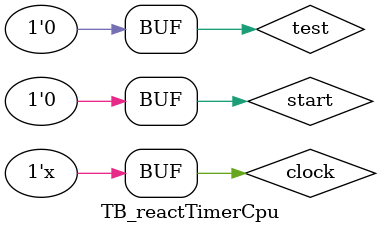
<source format=v>
`timescale 1ns / 1ps


module TB_reactTimerCpu;

    reg clock = 0;
    reg start = 0;
    reg test = 0;
    wire [15:0] leds;
    wire [3:0] numberDisplay [7:0];
    wire [7:0] ssdDots;
    wire [31:0] timeCounter;

    globalTime UUT_HELPER(
        .in_clock(clock),
        .out_time(timeCounter));

    reactTimerCpu #(
        .IDLE_ANIMATION_THRESHOLD(4),
        .PREPARE_COUNT_DOWN_THRESHOLD(4),
        .PREPARE_TEST_DELAY_TIME(10),
        .TEST_COUNTER_LIMITATION(1000),
        .RESULT_BEST_FLASH_THRESHOLD(4),
        .RESULT_WAITING_COUNTS(30)
    ) UUT (
        .in_globalTime(timeCounter),
        .in_clock(clock),
        .in_reset(1'b0),
        .in_enable(1'b1),
        .in_start(start),
        .in_test(test),
        .out_leds(leds),
        .out_ssdOutput({numberDisplay[7], numberDisplay[6], numberDisplay[5], numberDisplay[4],
                        numberDisplay[3], numberDisplay[2], numberDisplay[1], numberDisplay[0]}),
        .out_ssdDots(ssdDots)
    );
    
    always begin
        #1 clock = ~clock;
    end
    
    initial begin
        #100 start = 1;
        #6 start = 0;
        #500 start = 1;
        #6 start = 0;
        #520 test = 1;
        #6 test = 0;
    end

endmodule

</source>
